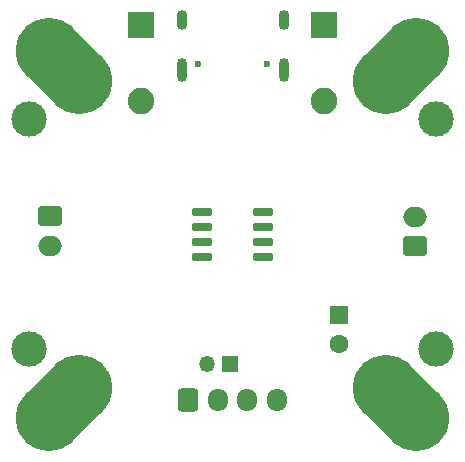
<source format=gbr>
%TF.GenerationSoftware,KiCad,Pcbnew,8.0.2*%
%TF.CreationDate,2024-09-15T16:43:51-04:00*%
%TF.ProjectId,StepperMotorDriver,53746570-7065-4724-9d6f-746f72447269,rev?*%
%TF.SameCoordinates,Original*%
%TF.FileFunction,Soldermask,Bot*%
%TF.FilePolarity,Negative*%
%FSLAX46Y46*%
G04 Gerber Fmt 4.6, Leading zero omitted, Abs format (unit mm)*
G04 Created by KiCad (PCBNEW 8.0.2) date 2024-09-15 16:43:51*
%MOMM*%
%LPD*%
G01*
G04 APERTURE LIST*
G04 Aperture macros list*
%AMRoundRect*
0 Rectangle with rounded corners*
0 $1 Rounding radius*
0 $2 $3 $4 $5 $6 $7 $8 $9 X,Y pos of 4 corners*
0 Add a 4 corners polygon primitive as box body*
4,1,4,$2,$3,$4,$5,$6,$7,$8,$9,$2,$3,0*
0 Add four circle primitives for the rounded corners*
1,1,$1+$1,$2,$3*
1,1,$1+$1,$4,$5*
1,1,$1+$1,$6,$7*
1,1,$1+$1,$8,$9*
0 Add four rect primitives between the rounded corners*
20,1,$1+$1,$2,$3,$4,$5,0*
20,1,$1+$1,$4,$5,$6,$7,0*
20,1,$1+$1,$6,$7,$8,$9,0*
20,1,$1+$1,$8,$9,$2,$3,0*%
%AMHorizOval*
0 Thick line with rounded ends*
0 $1 width*
0 $2 $3 position (X,Y) of the first rounded end (center of the circle)*
0 $4 $5 position (X,Y) of the second rounded end (center of the circle)*
0 Add line between two ends*
20,1,$1,$2,$3,$4,$5,0*
0 Add two circle primitives to create the rounded ends*
1,1,$1,$2,$3*
1,1,$1,$4,$5*%
G04 Aperture macros list end*
%ADD10R,1.600000X1.600000*%
%ADD11C,1.600000*%
%ADD12C,3.000000*%
%ADD13RoundRect,0.250000X0.750000X-0.600000X0.750000X0.600000X-0.750000X0.600000X-0.750000X-0.600000X0*%
%ADD14O,2.000000X1.700000*%
%ADD15HorizOval,5.600000X-1.272792X1.272792X1.272792X-1.272792X0*%
%ADD16R,2.250000X2.250000*%
%ADD17C,2.250000*%
%ADD18HorizOval,5.600000X-1.272792X-1.272792X1.272792X1.272792X0*%
%ADD19RoundRect,0.250000X-0.750000X0.600000X-0.750000X-0.600000X0.750000X-0.600000X0.750000X0.600000X0*%
%ADD20C,0.600000*%
%ADD21O,0.900000X2.000000*%
%ADD22O,0.900000X1.700000*%
%ADD23HorizOval,5.600000X1.272792X1.272792X-1.272792X-1.272792X0*%
%ADD24RoundRect,0.250000X-0.600000X-0.725000X0.600000X-0.725000X0.600000X0.725000X-0.600000X0.725000X0*%
%ADD25O,1.700000X1.950000*%
%ADD26R,1.350000X1.350000*%
%ADD27O,1.350000X1.350000*%
%ADD28RoundRect,0.150000X0.725000X0.150000X-0.725000X0.150000X-0.725000X-0.150000X0.725000X-0.150000X0*%
G04 APERTURE END LIST*
D10*
%TO.C,C8*%
X82250000Y-69544888D03*
D11*
X82250000Y-72044888D03*
%TD*%
D12*
%TO.C,J9*%
X90500000Y-53000000D03*
%TD*%
D13*
%TO.C,J7*%
X88700000Y-63750000D03*
D14*
X88700000Y-61250000D03*
%TD*%
D15*
%TO.C,H3*%
X58977207Y-48477207D03*
%TD*%
D16*
%TO.C,SW1*%
X81000000Y-45000000D03*
D17*
X81000000Y-51500000D03*
%TD*%
D18*
%TO.C,H4*%
X58977207Y-77022793D03*
%TD*%
D15*
%TO.C,H2*%
X87522791Y-77022791D03*
%TD*%
D12*
%TO.C,J2*%
X56000000Y-53000000D03*
%TD*%
%TO.C,J3*%
X90500000Y-72500000D03*
%TD*%
D19*
%TO.C,J1*%
X57800000Y-61241432D03*
D14*
X57800000Y-63741432D03*
%TD*%
D12*
%TO.C,J8*%
X56000000Y-72500000D03*
%TD*%
D20*
%TO.C,J10*%
X76140000Y-48331250D03*
X70360000Y-48331250D03*
D21*
X77570000Y-48811250D03*
D22*
X77570000Y-44641250D03*
D21*
X68930000Y-48811250D03*
D22*
X68930000Y-44641250D03*
%TD*%
D23*
%TO.C,H1*%
X87522792Y-48477208D03*
%TD*%
D24*
%TO.C,J4*%
X69500000Y-76750000D03*
D25*
X72000000Y-76750000D03*
X74500000Y-76750000D03*
X77000000Y-76750000D03*
%TD*%
D26*
%TO.C,J5*%
X73066028Y-73750000D03*
D27*
X71066028Y-73750000D03*
%TD*%
D16*
%TO.C,SW2*%
X65500000Y-45000000D03*
D17*
X65500000Y-51500000D03*
%TD*%
D28*
%TO.C,U6*%
X75825000Y-60845000D03*
X75825000Y-62115000D03*
X75825000Y-63385000D03*
X75825000Y-64655000D03*
X70675000Y-64655000D03*
X70675000Y-63385000D03*
X70675000Y-62115000D03*
X70675000Y-60845000D03*
%TD*%
M02*

</source>
